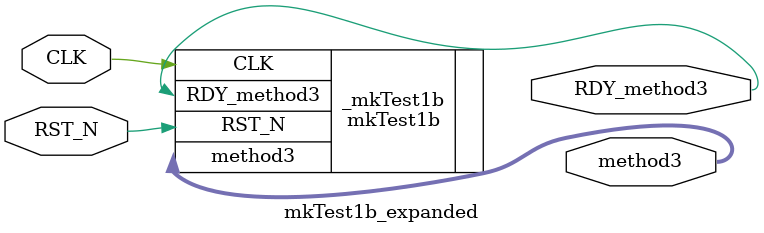
<source format=v>
module mkTest1b_expanded (
    CLK,
    RST_N,
    RDY_method3,
    method3 );

  input CLK;
  input RST_N;

  // ====================
  // Method = method3
  //   ready  => RDY_method3            1   Bit#(1)
  //   result => method3               32   Int#(32)
  output  RDY_method3;
  output  [ 31 : 0 ] method3;


  wire   RDY_method3;
  wire   [ 31 : 0 ] method3;

  mkTest1b _mkTest1b ( 
   .CLK( CLK ),
   .RST_N( RST_N ),
   .RDY_method3( RDY_method3 ),
   .method3( method3 )
  );

endmodule


</source>
